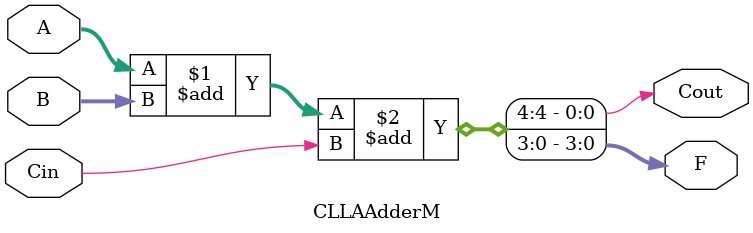
<source format=v>
`timescale 1ns / 1ps
module CLLAAdderM(
    input[3:0] A,
    input[3:0] B,
    input Cin,
    output[3:0] F,
    output Cout
    );
	// Êý¾ÝÁ÷½¨Ä£
	assign {Cout,F} = A +B +Cin;
	
				  
	
endmodule

</source>
